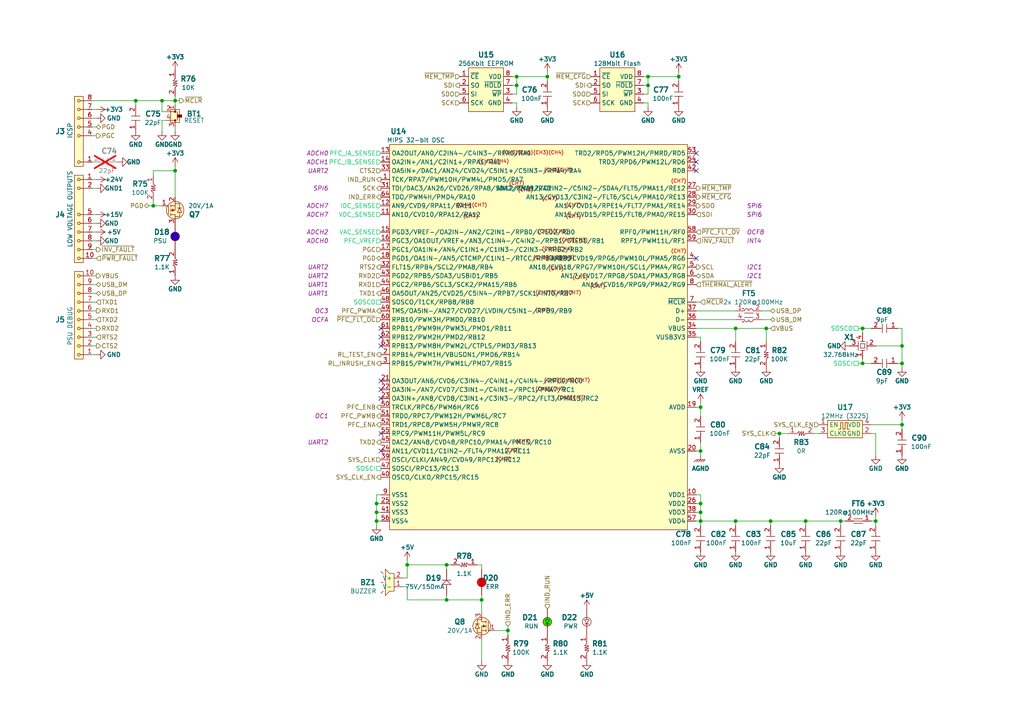
<source format=kicad_sch>
(kicad_sch (version 20231120) (generator "eeschema") (generator_version "8.0")
  (paper "A4")
  (title_block (title "POWER SUPPLY UNIT") (date "2023-10-14") (rev "0.0") (company "TON DUC THANG UNIVERSITY") (comment 1 "Schematic Designed by ...") (comment 2 "PCB Designed by ...") (comment 3 "Approved by ..."))
  (junction (at 222.25 95.25))
  (junction (at 250.19 95.25))
  (junction (at 149.86 22.225))
  (junction (at 158.75 22.225))
  (junction (at 50.8 29.21))
  (junction (at 129.54 173.99))
  (junction (at 187.96 24.765))
  (junction (at 187.96 22.225))
  (junction (at 39.37 29.21))
  (junction (at 118.11 163.83))
  (junction (at 147.32 182.88))
  (junction (at 46.99 29.21))
  (junction (at 213.36 95.25))
  (junction (at 139.7 173.99))
  (junction (at 213.36 151.13))
  (junction (at 109.22 151.13))
  (junction (at 261.62 105.41))
  (junction (at 226.06 125.73))
  (junction (at 109.22 146.05))
  (junction (at 261.62 123.19))
  (junction (at 50.8 49.53))
  (junction (at 203.2 130.81))
  (junction (at 250.19 105.41))
  (junction (at 109.22 148.59))
  (junction (at 44.45 59.69))
  (junction (at 254 151.13))
  (junction (at 203.2 118.11))
  (junction (at 129.54 163.83))
  (junction (at 243.84 151.13))
  (junction (at 261.62 100.33))
  (junction (at 233.68 151.13))
  (junction (at 196.85 22.225))
  (junction (at 203.2 151.13))
  (junction (at 203.2 146.05))
  (junction (at 203.2 148.59))
  (junction (at 223.52 151.13))
  (junction (at 149.86 24.765))
  (no_connect (at 110.49 113.03))
  (no_connect (at 110.49 125.73))
  (no_connect (at 201.93 44.45))
  (no_connect (at 110.49 130.81))
  (no_connect (at 110.49 95.25))
  (no_connect (at 110.49 97.79))
  (no_connect (at 201.93 46.99))
  (no_connect (at 110.49 100.33))
  (no_connect (at 201.93 74.93))
  (no_connect (at 110.49 110.49))
  (no_connect (at 110.49 115.57))
  (no_connect (at 201.93 49.53))
  (wire (pts (xy 243.84 151.13) (xy 243.84 152.4)))
  (wire (pts (xy 203.2 97.79) (xy 201.93 97.79)))
  (wire (pts (xy 250.19 96.52) (xy 250.19 95.25)))
  (wire (pts (xy 26.67 36.83) (xy 27.94 36.83)))
  (wire (pts (xy 139.7 163.83) (xy 139.7 165.1)))
  (wire (pts (xy 220.98 92.71) (xy 223.52 92.71)))
  (wire (pts (xy 243.84 151.13) (xy 233.68 151.13)))
  (wire (pts (xy 50.8 49.53) (xy 50.8 57.15)))
  (wire (pts (xy 109.22 146.05) (xy 110.49 146.05)))
  (wire (pts (xy 203.2 130.81) (xy 203.2 132.08)))
  (wire (pts (xy 203.2 143.51) (xy 203.2 146.05)))
  (wire (pts (xy 248.92 105.41) (xy 250.19 105.41)))
  (wire (pts (xy 26.67 82.55) (xy 27.94 82.55)))
  (wire (pts (xy 118.11 170.18) (xy 118.11 173.99)))
  (wire (pts (xy 213.36 95.25) (xy 213.36 99.06)))
  (wire (pts (xy 26.67 74.93) (xy 27.94 74.93)))
  (wire (pts (xy 226.06 127) (xy 226.06 125.73)))
  (wire (pts (xy 196.85 22.225) (xy 196.85 23.495)))
  (wire (pts (xy 201.93 143.51) (xy 203.2 143.51)))
  (wire (pts (xy 252.73 123.19) (xy 261.62 123.19)))
  (wire (pts (xy 261.62 121.92) (xy 261.62 123.19)))
  (wire (pts (xy 129.54 165.1) (xy 129.54 163.83)))
  (wire (pts (xy 43.18 59.69) (xy 44.45 59.69)))
  (wire (pts (xy 116.84 170.18) (xy 118.11 170.18)))
  (wire (pts (xy 139.7 172.72) (xy 139.7 173.99)))
  (wire (pts (xy 213.36 95.25) (xy 222.25 95.25)))
  (wire (pts (xy 220.98 90.17) (xy 223.52 90.17)))
  (wire (pts (xy 118.11 167.64) (xy 118.11 163.83)))
  (wire (pts (xy 149.86 27.305) (xy 149.86 24.765)))
  (wire (pts (xy 187.96 24.765) (xy 187.96 22.225)))
  (wire (pts (xy 109.22 148.59) (xy 110.49 148.59)))
  (wire (pts (xy 26.67 34.29) (xy 27.94 34.29)))
  (wire (pts (xy 50.8 48.26) (xy 50.8 49.53)))
  (wire (pts (xy 26.67 31.75) (xy 27.94 31.75)))
  (wire (pts (xy 149.86 22.225) (xy 158.75 22.225)))
  (wire (pts (xy 118.11 162.56) (xy 118.11 163.83)))
  (wire (pts (xy 26.67 80.01) (xy 27.94 80.01)))
  (wire (pts (xy 147.32 182.88) (xy 143.51 182.88)))
  (wire (pts (xy 250.19 105.41) (xy 250.19 104.14)))
  (wire (pts (xy 26.67 97.79) (xy 27.94 97.79)))
  (wire (pts (xy 187.96 27.305) (xy 187.96 24.765)))
  (wire (pts (xy 26.67 102.87) (xy 27.94 102.87)))
  (wire (pts (xy 26.67 69.85) (xy 27.94 69.85)))
  (wire (pts (xy 201.93 90.17) (xy 213.36 90.17)))
  (wire (pts (xy 261.62 95.25) (xy 261.62 100.33)))
  (wire (pts (xy 50.8 36.83) (xy 50.8 38.1)))
  (wire (pts (xy 50.8 27.94) (xy 50.8 29.21)))
  (wire (pts (xy 148.59 27.305) (xy 149.86 27.305)))
  (wire (pts (xy 147.32 181.61) (xy 147.32 182.88)))
  (wire (pts (xy 203.2 116.84) (xy 203.2 118.11)))
  (wire (pts (xy 226.06 125.73) (xy 228.6 125.73)))
  (wire (pts (xy 130.81 163.83) (xy 129.54 163.83)))
  (wire (pts (xy 245.11 151.13) (xy 243.84 151.13)))
  (wire (pts (xy 261.62 100.33) (xy 261.62 105.41)))
  (wire (pts (xy 187.96 29.845) (xy 187.96 31.115)))
  (wire (pts (xy 260.35 105.41) (xy 261.62 105.41)))
  (wire (pts (xy 39.37 29.21) (xy 46.99 29.21)))
  (wire (pts (xy 138.43 163.83) (xy 139.7 163.83)))
  (wire (pts (xy 26.67 87.63) (xy 27.94 87.63)))
  (wire (pts (xy 26.67 72.39) (xy 27.94 72.39)))
  (wire (pts (xy 50.8 29.21) (xy 50.8 30.48)))
  (wire (pts (xy 203.2 151.13) (xy 203.2 152.4)))
  (wire (pts (xy 26.67 29.21) (xy 39.37 29.21)))
  (wire (pts (xy 26.67 64.77) (xy 27.94 64.77)))
  (wire (pts (xy 203.2 146.05) (xy 203.2 148.59)))
  (wire (pts (xy 201.93 87.63) (xy 203.2 87.63)))
  (wire (pts (xy 222.25 95.25) (xy 223.52 95.25)))
  (wire (pts (xy 48.26 34.925) (xy 46.99 34.925)))
  (wire (pts (xy 254 125.73) (xy 252.73 125.73)))
  (wire (pts (xy 109.22 146.05) (xy 109.22 143.51)))
  (wire (pts (xy 158.75 22.225) (xy 158.75 23.495)))
  (wire (pts (xy 149.86 22.225) (xy 148.59 22.225)))
  (wire (pts (xy 46.99 32.385) (xy 46.99 29.21)))
  (wire (pts (xy 26.67 62.23) (xy 27.94 62.23)))
  (wire (pts (xy 149.86 29.845) (xy 149.86 31.115)))
  (wire (pts (xy 109.22 151.13) (xy 109.22 152.4)))
  (wire (pts (xy 116.84 167.64) (xy 118.11 167.64)))
  (wire (pts (xy 109.22 151.13) (xy 109.22 148.59)))
  (wire (pts (xy 26.67 92.71) (xy 27.94 92.71)))
  (wire (pts (xy 260.35 95.25) (xy 261.62 95.25)))
  (wire (pts (xy 254 100.33) (xy 261.62 100.33)))
  (wire (pts (xy 236.22 125.73) (xy 237.49 125.73)))
  (wire (pts (xy 250.19 105.41) (xy 252.73 105.41)))
  (wire (pts (xy 203.2 99.06) (xy 203.2 97.79)))
  (wire (pts (xy 26.67 54.61) (xy 27.94 54.61)))
  (wire (pts (xy 109.22 148.59) (xy 109.22 146.05)))
  (wire (pts (xy 39.37 29.21) (xy 39.37 30.48)))
  (wire (pts (xy 46.99 34.925) (xy 46.99 38.1)))
  (wire (pts (xy 203.2 148.59) (xy 203.2 151.13)))
  (wire (pts (xy 261.62 123.19) (xy 261.62 124.46)))
  (wire (pts (xy 44.45 58.42) (xy 44.45 59.69)))
  (wire (pts (xy 261.62 105.41) (xy 261.62 106.68)))
  (wire (pts (xy 149.86 24.765) (xy 149.86 22.225)))
  (wire (pts (xy 139.7 173.99) (xy 129.54 173.99)))
  (wire (pts (xy 26.67 85.09) (xy 27.94 85.09)))
  (wire (pts (xy 203.2 128.27) (xy 203.2 130.81)))
  (wire (pts (xy 223.52 151.13) (xy 233.68 151.13)))
  (wire (pts (xy 254 151.13) (xy 252.73 151.13)))
  (wire (pts (xy 129.54 172.72) (xy 129.54 173.99)))
  (wire (pts (xy 148.59 29.845) (xy 149.86 29.845)))
  (wire (pts (xy 203.2 118.11) (xy 201.93 118.11)))
  (wire (pts (xy 109.22 143.51) (xy 110.49 143.51)))
  (wire (pts (xy 50.8 29.21) (xy 52.07 29.21)))
  (wire (pts (xy 203.2 130.81) (xy 201.93 130.81)))
  (wire (pts (xy 48.26 32.385) (xy 46.99 32.385)))
  (wire (pts (xy 44.45 59.69) (xy 46.99 59.69)))
  (wire (pts (xy 201.93 148.59) (xy 203.2 148.59)))
  (wire (pts (xy 129.54 173.99) (xy 118.11 173.99)))
  (wire (pts (xy 186.69 24.765) (xy 187.96 24.765)))
  (wire (pts (xy 222.25 95.25) (xy 222.25 99.06)))
  (wire (pts (xy 26.67 95.25) (xy 27.94 95.25)))
  (wire (pts (xy 254 132.08) (xy 254 125.73)))
  (wire (pts (xy 187.96 22.225) (xy 186.69 22.225)))
  (wire (pts (xy 201.93 151.13) (xy 203.2 151.13)))
  (wire (pts (xy 186.69 29.845) (xy 187.96 29.845)))
  (wire (pts (xy 147.32 184.15) (xy 147.32 182.88)))
  (wire (pts (xy 213.36 151.13) (xy 213.36 152.4)))
  (wire (pts (xy 213.36 151.13) (xy 223.52 151.13)))
  (wire (pts (xy 187.96 22.225) (xy 196.85 22.225)))
  (wire (pts (xy 26.67 52.07) (xy 27.94 52.07)))
  (wire (pts (xy 233.68 152.4) (xy 233.68 151.13)))
  (wire (pts (xy 26.67 67.31) (xy 27.94 67.31)))
  (wire (pts (xy 201.93 95.25) (xy 213.36 95.25)))
  (wire (pts (xy 44.45 49.53) (xy 50.8 49.53)))
  (wire (pts (xy 201.93 146.05) (xy 203.2 146.05)))
  (wire (pts (xy 203.2 151.13) (xy 213.36 151.13)))
  (wire (pts (xy 196.85 20.955) (xy 196.85 22.225)))
  (wire (pts (xy 139.7 191.77) (xy 139.7 185.42)))
  (wire (pts (xy 186.69 27.305) (xy 187.96 27.305)))
  (wire (pts (xy 250.19 95.25) (xy 252.73 95.25)))
  (wire (pts (xy 26.67 39.37) (xy 27.94 39.37)))
  (wire (pts (xy 223.52 151.13) (xy 223.52 152.4)))
  (wire (pts (xy 148.59 24.765) (xy 149.86 24.765)))
  (wire (pts (xy 110.49 151.13) (xy 109.22 151.13)))
  (wire (pts (xy 44.45 50.8) (xy 44.45 49.53)))
  (wire (pts (xy 254 149.86) (xy 254 151.13)))
  (wire (pts (xy 118.11 163.83) (xy 129.54 163.83)))
  (wire (pts (xy 254 151.13) (xy 254 152.4)))
  (wire (pts (xy 26.67 90.17) (xy 27.94 90.17)))
  (wire (pts (xy 46.99 29.21) (xy 50.8 29.21)))
  (wire (pts (xy 139.7 173.99) (xy 139.7 177.8)))
  (wire (pts (xy 158.75 20.955) (xy 158.75 22.225)))
  (wire (pts (xy 203.2 120.65) (xy 203.2 118.11)))
  (wire (pts (xy 224.79 125.73) (xy 226.06 125.73)))
  (wire (pts (xy 26.67 100.33) (xy 27.94 100.33)))
  (wire (pts (xy 248.92 95.25) (xy 250.19 95.25)))
  (wire (pts (xy 201.93 92.71) (xy 213.36 92.71)))
  (text "(CH7)" (at 166.37 62.865 0) (effects (font (size 1.016 1.016))))
  (text "(CH5)" (at 161.925 85.09 0) (effects (font (size 1.016 1.016))))
  (text "(CH1)" (at 159.385 72.39 0) (effects (font (size 1.016 1.016))))
  (text "(CH3)" (at 152.4 55.245 0) (effects (font (size 1.016 1.016))))
  (text "(CH4)" (at 161.29 44.45 0) (effects (font (size 1.016 1.016))))
  (text "(CH4)" (at 134.62 59.69 0) (effects (font (size 1.016 1.016))))
  (text "(CH2)" (at 160.02 110.49 0) (effects (font (size 1.016 1.016))))
  (text "(CH7)" (at 136.525 62.865 0) (effects (font (size 1.016 1.016))))
  (text "(CH7)" (at 166.37 85.09 0) (effects (font (size 1.016 1.016))))
  (text "(CH0)" (at 156.845 74.93 0) (effects (font (size 1.016 1.016))))
  (text "(CH0)" (at 160.02 49.53 0) (effects (font (size 1.016 1.016))))
  (text "(CH7)" (at 146.05 133.35 0) (effects (font (size 1.016 1.016))))
  (text "(CH3)" (at 163.83 115.57 0) (effects (font (size 1.016 1.016))))
  (text "(CH7)" (at 151.765 128.27 0) (effects (font (size 1.016 1.016))))
  (text "(CH1)" (at 157.48 113.03 0) (effects (font (size 1.016 1.016))))
  (text "(CH2)" (at 160.655 74.93 0) (effects (font (size 1.016 1.016))))
  (text "(CH0)" (at 164.465 69.85 0) (effects (font (size 1.016 1.016))))
  (text "(CH5)" (at 162.56 67.31 0) (effects (font (size 1.016 1.016))))
  (text "(CH5)" (at 164.465 110.49 0) (effects (font (size 1.016 1.016))))
  (text "(CH7)" (at 161.925 113.03 0) (effects (font (size 1.016 1.016))))
  (text "(CH7)" (at 196.85 73.025 0) (effects (font (size 1.016 1.016))))
  (text "(CH7)" (at 139.065 59.69 0) (effects (font (size 1.016 1.016))))
  (text "(CH7)" (at 168.275 80.645 0) (effects (font (size 1.016 1.016))))
  (text "(CH7)" (at 159.385 57.785 0) (effects (font (size 1.016 1.016))))
  (text "(CH7)" (at 163.83 49.53 0) (effects (font (size 1.016 1.016))))
  (text "(CH7)" (at 167.64 115.57 0) (effects (font (size 1.016 1.016))))
  (text "(CH7)" (at 166.37 59.69 0) (effects (font (size 1.016 1.016))))
  (text "(CH0)" (at 147.955 44.45 0) (effects (font (size 1.016 1.016))))
  (text "(CH1)" (at 152.4 44.45 0) (effects (font (size 1.016 1.016))))
  (text "(CH7)" (at 173.355 83.185 0) (effects (font (size 1.016 1.016))))
  (text "(CH4)" (at 163.83 72.39 0) (effects (font (size 1.016 1.016))))
  (text "(CH2)" (at 157.48 85.09 0) (effects (font (size 1.016 1.016))))
  (text "(CH3)" (at 156.845 44.45 0) (effects (font (size 1.016 1.016))))
  (text "(CH7)" (at 157.48 90.17 0) (effects (font (size 1.016 1.016))))
  (text "(CH7)" (at 168.91 110.49 0) (effects (font (size 1.016 1.016))))
  (text "(CH4)" (at 145.415 46.99 0) (effects (font (size 1.016 1.016))))
  (text "(CH2)" (at 158.115 67.31 0) (effects (font (size 1.016 1.016))))
  (text "(CH7)" (at 161.29 78.105 0) (effects (font (size 1.016 1.016))))
  (text "(CH3)" (at 168.275 69.85 0) (effects (font (size 1.016 1.016))))
  (text "(CH5)" (at 164.465 74.93 0) (effects (font (size 1.016 1.016))))
  (text "(CH7)" (at 148.59 130.81 0) (effects (font (size 1.016 1.016))))
  (text "(CH7)" (at 196.85 52.705 0) (effects (font (size 1.016 1.016))))
  (text "(CH1)" (at 140.97 46.99 0) (effects (font (size 1.016 1.016))))
  (text "(CH7)" (at 149.86 53.34 0) (effects (font (size 1.016 1.016))))
  (hierarchical_label "~{MCLR}" (shape output) (at 52.07 29.21 0))
  (hierarchical_label "RTS2" (shape output) (at 110.49 77.47 180) (property "Netclass" "UART2" (at 95.25 77.47 0) (effects (font (italic yes)) (justify right))))
  (hierarchical_label "SOSCO" (shape passive) (at 248.92 95.25 180))
  (hierarchical_label "SYS_CLK_EN" (shape output) (at 110.49 138.43 180))
  (hierarchical_label "~{MEM_TMP}" (shape input) (at 133.35 22.225 180))
  (hierarchical_label "RXD1" (shape input) (at 110.49 82.55 180) (property "Netclass" "UART1" (at 95.25 82.55 0) (effects (font (italic yes)) (justify right))))
  (hierarchical_label "PFC_ENA" (shape output) (at 110.49 123.19 180))
  (hierarchical_label "~{INV_FAULT}" (shape input) (at 201.93 69.85 0) (property "Netclass" "INT4" (at 216.535 69.85 0) (effects (font (italic yes)) (justify left))))
  (hierarchical_label "VBUS" (shape input) (at 223.52 95.25 0))
  (hierarchical_label "SYS_CLK_EN" (shape input) (at 237.49 123.19 180))
  (hierarchical_label "PFC_IA_SENSE" (shape input) (at 110.49 44.45 180) (property "Netclass" "ADCH0" (at 95.25 44.45 0) (effects (font (italic yes)) (justify right))))
  (hierarchical_label "CTS2" (shape input) (at 110.49 49.53 180) (property "Netclass" "UART2" (at 95.25 49.53 0) (effects (font (italic yes)) (justify right))))
  (hierarchical_label "~{MEM_CFG}" (shape output) (at 201.93 57.15 0))
  (hierarchical_label "SYS_CLK" (shape output) (at 224.79 125.73 180))
  (hierarchical_label "SDA" (shape bidirectional) (at 201.93 80.01 0) (property "Netclass" "I2C1" (at 216.535 80.01 0) (effects (font (italic yes)) (justify left))))
  (hierarchical_label "RL_INRUSH_EN" (shape output) (at 110.49 105.41 180))
  (hierarchical_label "SCK" (shape input) (at 171.45 29.845 180))
  (hierarchical_label "RXD1" (shape output) (at 27.94 90.17 0))
  (hierarchical_label "PGD" (shape bidirectional) (at 110.49 74.93 180))
  (hierarchical_label "PFC_PWMA" (shape output) (at 110.49 90.17 180) (property "Netclass" "OC3" (at 95.25 90.17 0) (effects (font (italic yes)) (justify right))))
  (hierarchical_label "SOSCI" (shape passive) (at 248.92 105.41 180))
  (hierarchical_label "TXD1" (shape input) (at 27.94 87.63 0))
  (hierarchical_label "RTS2" (shape input) (at 27.94 97.79 0))
  (hierarchical_label "IND_RUN" (shape output) (at 110.49 52.07 180))
  (hierarchical_label "SDI" (shape output) (at 133.35 24.765 180))
  (hierarchical_label "RXD2" (shape input) (at 110.49 80.01 180) (property "Netclass" "UART2" (at 95.25 80.01 0) (effects (font (italic yes)) (justify right))))
  (hierarchical_label "PGC" (shape input) (at 110.49 72.39 180))
  (hierarchical_label "VBUS" (shape output) (at 27.94 80.01 0))
  (hierarchical_label "IND_RUN" (shape input) (at 158.75 176.53 90))
  (hierarchical_label "SCK" (shape input) (at 133.35 29.845 180))
  (hierarchical_label "SDO" (shape output) (at 201.93 59.69 0) (property "Netclass" "SPI6" (at 216.535 59.69 0) (effects (font (italic yes)) (justify left))))
  (hierarchical_label "~{PFC_FLT_OV}" (shape input) (at 201.93 67.31 0) (property "Netclass" "OCFB" (at 216.535 67.31 0) (effects (font (italic yes)) (justify left))))
  (hierarchical_label "USB_DP" (shape bidirectional) (at 223.52 90.17 0))
  (hierarchical_label "USB_DM" (shape bidirectional) (at 223.52 92.71 0))
  (hierarchical_label "~{MEM_CFG}" (shape input) (at 171.45 22.225 180))
  (hierarchical_label "SDI" (shape input) (at 201.93 62.23 0) (property "Netclass" "SPI6" (at 216.535 62.23 0) (effects (font (italic yes)) (justify left))))
  (hierarchical_label "SOSCO" (shape passive) (at 110.49 87.63 180))
  (hierarchical_label "TXD2" (shape output) (at 110.49 128.27 180) (property "Netclass" "UART2" (at 95.25 128.27 0) (effects (font (italic yes)) (justify right))))
  (hierarchical_label "CTS2" (shape output) (at 27.94 100.33 0))
  (hierarchical_label "SDI" (shape output) (at 171.45 24.765 180))
  (hierarchical_label "RXD2" (shape output) (at 27.94 95.25 0))
  (hierarchical_label "IND_ERR" (shape output) (at 110.49 57.15 180))
  (hierarchical_label "~{THERMAL_ALERT}" (shape input) (at 201.93 82.55 0))
  (hierarchical_label "SOSCI" (shape passive) (at 110.49 135.89 180))
  (hierarchical_label "PFC_VREF" (shape input) (at 110.49 69.85 180) (property "Netclass" "ADCH0" (at 95.25 69.85 0) (effects (font (italic yes)) (justify right))))
  (hierarchical_label "PGC" (shape output) (at 27.94 39.37 0))
  (hierarchical_label "VAC_SENSE" (shape input) (at 110.49 67.31 180) (property "Netclass" "ADCH2" (at 95.25 67.31 0) (effects (font (italic yes)) (justify right))))
  (hierarchical_label "~{MCLR}" (shape input) (at 203.2 87.63 0))
  (hierarchical_label "PGD" (shape bidirectional) (at 27.94 36.83 0))
  (hierarchical_label "IND_ERR" (shape input) (at 147.32 181.61 90))
  (hierarchical_label "USB_DM" (shape bidirectional) (at 27.94 82.55 0))
  (hierarchical_label "TXD1" (shape output) (at 110.49 85.09 180) (property "Netclass" "UART1" (at 95.25 85.09 0) (effects (font (italic yes)) (justify right))))
  (hierarchical_label "VDC_SENSE" (shape input) (at 110.49 62.23 180) (property "Netclass" "ADCH7" (at 95.25 62.23 0) (effects (font (italic yes)) (justify right))))
  (hierarchical_label "SCL" (shape output) (at 201.93 77.47 0) (property "Netclass" "I2C1" (at 216.535 77.47 0) (effects (font (italic yes)) (justify left))))
  (hierarchical_label "IDC_SENSE" (shape input) (at 110.49 59.69 180) (property "Netclass" "ADCH7" (at 95.25 59.69 0) (effects (font (italic yes)) (justify right))))
  (hierarchical_label "SYS_CLK" (shape input) (at 110.49 133.35 180))
  (hierarchical_label "~{MEM_TMP}" (shape output) (at 201.93 54.61 0))
  (hierarchical_label "PGD" (shape bidirectional) (at 43.18 59.69 180))
  (hierarchical_label "SCK" (shape output) (at 110.49 54.61 180) (property "Netclass" "SPI6" (at 95.25 54.61 0) (effects (font (italic yes)) (justify right))))
  (hierarchical_label "SDO" (shape input) (at 171.45 27.305 180))
  (hierarchical_label "~{INV_FAULT}" (shape output) (at 27.94 72.39 0))
  (hierarchical_label "USB_DP" (shape bidirectional) (at 27.94 85.09 0))
  (hierarchical_label "~{PFC_FLT_OC}" (shape input) (at 110.49 92.71 180) (property "Netclass" "OCFA" (at 95.25 92.71 0) (effects (font (italic yes)) (justify right))))
  (hierarchical_label "RL_TEST_EN" (shape output) (at 110.49 102.87 180))
  (hierarchical_label "SDO" (shape input) (at 133.35 27.305 180))
  (hierarchical_label "TXD2" (shape input) (at 27.94 92.71 0))
  (hierarchical_label "PFC_IB_SENSE" (shape input) (at 110.49 46.99 180) (property "Netclass" "ADCH1" (at 95.25 46.99 0) (effects (font (italic yes)) (justify right))))
  (hierarchical_label "PFC_ENB" (shape output) (at 110.49 118.11 180))
  (hierarchical_label "~{PWR_FAULT}" (shape input) (at 27.94 74.93 0))
  (hierarchical_label "PFC_PWMB" (shape output) (at 110.49 120.65 180) (property "Netclass" "OC1" (at 95.25 120.65 0) (effects (font (italic yes)) (justify right))))
  (symbol (lib_id "power:GND") (at 246.38 100.33 270) (mirror x) (unit 1)
    (property "Reference" "#PWR0177" (effects (hide yes)))
    (property "Value" "GND" (at 241.935 100.33 90) (effects (font (bold yes))))
  )
  (symbol (lib_id "power:+5V") (at 170.18 176.53 0) (mirror y) (unit 1)
    (property "Reference" "#PWR0161" (effects (hide yes)))
    (property "Value" "+5V" (at 170.18 172.72 0) (effects (font (bold yes))))
  )
  (symbol (lib_id "SAMPI:OSC") (at 250.19 118.11 0) (mirror y) (unit 1)
    (property "Reference" "U17" (at 245.11 118.11 0) (effects (font (size 1.5 1.5) (bold yes))))
    (property "Value" "12MHz (3225)" (at 245.11 120.65 0))
    (property "Footprint" "SAMPI:CDFN3225-4LD-PL-1" (effects (hide yes)))
    (property "Description" "MEMS OSC XO 12.0000MHZ CMOS SMD" (effects (hide yes)))
    (property "MNP" "DSC1001CE1-012.0000" (effects (hide yes)))
    (property "MFT" "Microchip" (effects (hide yes)))
    (property "Unit Price" "1.15" (effects (hide yes)))
    (property "Checked" "OK" (effects (hide yes)))
  )
  (symbol (lib_id "SAMPI:CERCAP") (at 205.74 104.14 270) (mirror x) (unit 1)
    (property "Reference" "C79" (at 205.74 101.5999 90) (effects (font (size 1.5 1.5) (bold yes)) (justify left)))
    (property "Value" "100nF" (at 205.74 104.1399 90) (effects (justify left)))
    (property "Footprint" "SAMPI:CAP0603" (effects (hide yes)))
    (property "Description" "CAP CER 0.1UF 50V X7R 0603" (effects (hide yes)))
    (property "MFT" "Samsung" (effects (hide yes)))
    (property "Unit Price" "0.0146" (effects (hide yes)))
    (property "MNP" "CL10B104KB8NNNC" (effects (hide yes)))
    (property "Checked" "OK" (effects (hide yes)))
  )
  (symbol (lib_id "power:GND") (at 46.99 38.1 0) (unit 1)
    (property "Reference" "#PWR0148" (effects (hide yes)))
    (property "Value" "GND" (at 46.99 41.91 0) (effects (font (bold yes))))
  )
  (symbol (lib_id "power:+15V") (at 27.94 62.23 270) (mirror x) (unit 1)
    (property "Reference" "#PWR0141" (effects (hide yes)))
    (property "Value" "+15V" (at 33.02 62.23 90) (effects (font (bold yes))))
  )
  (symbol (lib_name "SIL10_1") (lib_id "SAMPI:SIL10") (at 26.67 48.26 0) (mirror y) (unit 1)
    (property "Reference" "J4" (at 19.05 62.23 0) (effects (font (size 1.5 1.5) (bold yes)) (justify left)))
    (property "Value" "LOW VOLTAGE OUTPUTS" (at 20.32 71.755 90) (effects (justify left)))
    (property "Footprint" "SAMPI:HDF1x10x2.54_TH_RA" (effects (hide yes)))
    (property "Description" "CONN HDR 10POS 0.1 TIN PCB R/A" (effects (hide yes)))
    (property "MFT" "Sullins" (effects (hide yes)))
    (property "MNP" "PPTC101LGBN-RC" (effects (hide yes)))
    (property "Checked" "OK" (effects (hide yes)))
  )
  (symbol (lib_id "power:GND") (at 261.62 132.08 0) (unit 1)
    (property "Reference" "#PWR0183" (effects (hide yes)))
    (property "Value" "GND" (at 261.62 135.89 0) (effects (font (bold yes))))
  )
  (symbol (lib_id "SAMPI:SPI_MEM") (at 135.89 19.685 0) (unit 1)
    (property "Reference" "U15" (at 140.97 15.875 0) (effects (font (size 1.5 1.5) (bold yes))))
    (property "Value" "256Kbit EEPROM" (at 140.97 18.415 0))
    (property "Footprint" "SAMPI:SOIC8_3.9_MCHP" (effects (hide yes)))
    (property "Description" "IC EEPROM 256KBIT SPI 8SOIC" (effects (hide yes)))
    (property "MNP" "M95256-WMN6P" (effects (hide yes)))
    (property "MFT" "ST" (effects (hide yes)))
    (property "Unit Price" "0.71" (effects (hide yes)))
    (property "Comment" "EEPROM" (effects (hide yes)))
    (property "Checked" "OK" (effects (hide yes)))
  )
  (symbol (lib_id "SAMPI:RES") (at 219.71 101.6 90) (mirror x) (unit 1)
    (property "Reference" "R82" (at 226.06 101.6 90) (effects (font (size 1.5 1.5) (bold yes))))
    (property "Value" "100K" (at 226.06 104.14 90))
    (property "Footprint" "SAMPI:RES0603" (effects (hide yes)))
    (property "Description" "RES 100K OHM 1% 1/10W 0603" (effects (hide yes)))
    (property "MFT" "YAGEO" (effects (hide yes)))
    (property "Unit Price" "0.019" (effects (hide yes)))
    (property "MNP" "RC0603FR-07100KL" (effects (hide yes)))
    (property "Checked" "OK" (effects (hide yes)))
  )
  (symbol (lib_id "power:GND") (at 50.8 38.1 0) (unit 1)
    (property "Reference" "#PWR0150" (effects (hide yes)))
    (property "Value" "GND" (at 50.8 41.91 0) (effects (font (bold yes))))
  )
  (symbol (lib_id "power:+3V3") (at 27.94 31.75 270) (unit 1)
    (property "Reference" "#PWR0137" (effects (hide yes)))
    (property "Value" "+3V3" (at 33.02 31.75 90) (effects (font (bold yes))))
  )
  (symbol (lib_id "SAMPI:BLED") (at 55.245 66.675 270) (unit 1)
    (property "Reference" "D18" (at 44.45 67.31 90) (effects (font (size 1.5 1.5) (bold yes)) (justify left)))
    (property "Value" "PSU" (at 44.45 69.85 90) (effects (justify left)))
    (property "Footprint" "SAMPI:LED0603" (effects (hide yes)))
    (property "Description" "LED BLUE CLEAR 0603 SMD" (effects (hide yes)))
    (property "MFT" "Harvatek" (effects (hide yes)))
    (property "Unit Price" "0.1" (effects (hide yes)))
    (property "MNP" "B19Y1NB--20C000113U1930" (effects (hide yes)))
    (property "Checked" "OK" (effects (hide yes)))
  )
  (symbol (lib_id "SAMPI:WLED") (at 165.1 180.34 90) (mirror x) (unit 1)
    (property "Reference" "D22" (at 167.64 179.0699 90) (effects (font (size 1.5 1.5) (bold yes)) (justify left)))
    (property "Value" "PWR" (at 167.64 181.6099 90) (effects (justify left)))
    (property "Footprint" "SAMPI:LED0603" (effects (hide yes)))
    (property "Description" "LED WHITE 0603 SMD" (effects (hide yes)))
    (property "MFT" "Harvatek" (effects (hide yes)))
    (property "MNP" "B1931TW--20P000314U1930" (effects (hide yes)))
    (property "Checked" "OK" (effects (hide yes)))
  )
  (symbol (lib_id "SAMPI:RES") (at 46.99 53.34 270) (unit 1)
    (property "Reference" "R75" (at 40.64 53.34 90) (effects (font (size 1.5 1.5) (bold yes))))
    (property "Value" "100K" (at 40.64 55.88 90))
    (property "Footprint" "SAMPI:RES0603" (effects (hide yes)))
    (property "Description" "RES 100K OHM 1% 1/10W 0603" (effects (hide yes)))
    (property "MFT" "YAGEO" (effects (hide yes)))
    (property "Unit Price" "0.019" (effects (hide yes)))
    (property "MNP" "RC0603FR-07100KL" (effects (hide yes)))
    (property "Checked" "OK" (effects (hide yes)))
  )
  (symbol (lib_id "SAMPI:VREF") (at 203.2 116.84 0) (unit 1)
    (property "Reference" "#PWR0167" (effects (hide yes)))
    (property "Value" "VREF" (at 203.2 113.03 0) (effects (font (bold yes))))
  )
  (symbol (lib_id "SAMPI:RES") (at 231.14 123.19 0) (unit 1)
    (property "Reference" "R83" (at 232.41 128.27 0) (effects (font (size 1.5 1.5) (bold yes))))
    (property "Value" "0R" (at 232.41 130.81 0))
    (property "Footprint" "SAMPI:RES0603" (effects (hide yes)))
    (property "Description" "RES 0 OHM JUMPER 1/10W 0603" (effects (hide yes)))
    (property "MFT" "YAGEO" (effects (hide yes)))
    (property "Unit Price" "0.015" (effects (hide yes)))
    (property "MNP" "RC0603JR-070RL" (effects (hide yes)))
    (property "Checked" "OK" (effects (hide yes)))
  )
  (symbol (lib_id "SAMPI:CERCAP") (at 257.81 107.95 180) (unit 1)
    (property "Reference" "C89" (at 254 107.95 0) (effects (font (size 1.5 1.5) (bold yes)) (justify right)))
    (property "Value" "9pF" (at 254 110.49 0) (effects (justify right)))
    (property "Footprint" "SAMPI:CAP0603" (effects (hide yes)))
    (property "Description" "CAP CER 9PF 50V C0G/NPO 0603" (effects (hide yes)))
    (property "MFT" "YAGEO" (effects (hide yes)))
    (property "Unit Price" "0.074" (effects (hide yes)))
    (property "MNP" "CC0603BRNPO9BN9R0" (effects (hide yes)))
    (property "Checked" "OK" (effects (hide yes)))
  )
  (symbol (lib_id "power:GND") (at 187.96 31.115 0) (unit 1)
    (property "Reference" "#PWR0163" (effects (hide yes)))
    (property "Value" "GND" (at 187.96 34.925 0) (effects (font (bold yes))))
  )
  (symbol (lib_id "power:GND") (at 27.94 64.77 90) (unit 1)
    (property "Reference" "#PWR0142" (effects (hide yes)))
    (property "Value" "GND" (at 32.385 64.77 90) (effects (font (bold yes))))
  )
  (symbol (lib_id "power:GND") (at 254 132.08 0) (unit 1)
    (property "Reference" "#PWR0178" (effects (hide yes)))
    (property "Value" "GND" (at 254 135.89 0) (effects (font (bold yes))))
  )
  (symbol (lib_id "power:+3V3") (at 196.85 20.955 0) (mirror y) (unit 1)
    (property "Reference" "#PWR0164" (effects (hide yes)))
    (property "Value" "+3V3" (at 196.85 17.145 0) (effects (font (bold yes))))
  )
  (symbol (lib_id "power:GND") (at 213.36 106.68 0) (unit 1)
    (property "Reference" "#PWR0170" (effects (hide yes)))
    (property "Value" "GND" (at 213.36 110.49 0) (effects (font (bold yes))))
  )
  (symbol (lib_id "power:GND") (at 222.25 106.68 0) (unit 1)
    (property "Reference" "#PWR0172" (effects (hide yes)))
    (property "Value" "GND" (at 222.25 110.49 0) (effects (font (bold yes))))
  )
  (symbol (lib_id "power:GND") (at 147.32 191.77 0) (mirror y) (unit 1)
    (property "Reference" "#PWR0156" (effects (hide yes)))
    (property "Value" "GND" (at 147.32 195.58 0) (effects (font (bold yes))))
  )
  (symbol (lib_id "power:+3V3") (at 50.8 20.32 0) (unit 1)
    (property "Reference" "#PWR0149" (effects (hide yes)))
    (property "Value" "+3V3" (at 50.8 16.51 0) (effects (font (bold yes))))
  )
  (symbol (lib_id "power:+5V") (at 27.94 67.31 270) (unit 1)
    (property "Reference" "#PWR0143" (effects (hide yes)))
    (property "Value" "+5V" (at 33.02 67.31 90) (effects (font (bold yes))))
  )
  (symbol (lib_id "power:+3V3") (at 254 149.86 0) (mirror y) (unit 1)
    (property "Reference" "#PWR0179" (effects (hide yes)))
    (property "Value" "+3V3" (at 254 146.05 0) (effects (font (bold yes))))
  )
  (symbol (lib_id "power:+3V3") (at 158.75 20.955 0) (mirror y) (unit 1)
    (property "Reference" "#PWR0158" (effects (hide yes)))
    (property "Value" "+3V3" (at 158.75 17.145 0) (effects (font (bold yes))))
  )
  (symbol (lib_id "power:GND") (at 203.2 160.02 0) (mirror y) (unit 1)
    (property "Reference" "#PWR0169" (effects (hide yes)))
    (property "Value" "GND" (at 203.2 163.83 0) (effects (font (bold yes))))
  )
  (symbol (lib_id "power:GND") (at 109.22 152.4 0) (unit 1)
    (property "Reference" "#PWR0153" (effects (hide yes)))
    (property "Value" "GND" (at 109.22 156.21 0) (effects (font (bold yes))))
  )
  (symbol (lib_id "power:GND") (at 226.06 134.62 0) (mirror y) (unit 1)
    (property "Reference" "#PWR0174" (effects (hide yes)))
    (property "Value" "GND" (at 226.06 138.43 0) (effects (font (bold yes))))
  )
  (symbol (lib_id "SAMPI:RES") (at 156.21 186.69 90) (mirror x) (unit 1)
    (property "Reference" "R80" (at 162.56 186.69 90) (effects (font (size 1.5 1.5) (bold yes))))
    (property "Value" "1.1K" (at 162.56 189.23 90))
    (property "Footprint" "SAMPI:RES0603" (effects (hide yes)))
    (property "Description" "RES SMD 1.1K OHM 1% 1/10W 0603" (effects (hide yes)))
    (property "MFT" "YAGEO" (effects (hide yes)))
    (property "Unit Price" "0.021" (effects (hide yes)))
    (property "MNP" "AC0603FR-071K1L" (effects (hide yes)))
    (property "Checked" "OK" (effects (hide yes)))
  )
  (symbol (lib_id "SAMPI:CERCAP") (at 210.82 157.48 90) (unit 1)
    (property "Reference" "C82" (at 210.82 154.9399 90) (effects (font (size 1.5 1.5) (bold yes)) (justify left)))
    (property "Value" "100nF" (at 210.82 157.4799 90) (effects (justify left)))
    (property "Footprint" "SAMPI:CAP0603" (effects (hide yes)))
    (property "Description" "CAP CER 0.1UF 50V X7R 0603" (effects (hide yes)))
    (property "MFT" "Samsung" (effects (hide yes)))
    (property "Unit Price" "0.0146" (effects (hide yes)))
    (property "MNP" "CL10B104KB8NNNC" (effects (hide yes)))
    (property "Checked" "OK" (effects (hide yes)))
  )
  (symbol (lib_id "SAMPI:CERCAP") (at 246.38 157.48 270) (mirror x) (unit 1)
    (property "Reference" "C86" (at 241.3 154.9399 90) (effects (font (size 1.5 1.5) (bold yes)) (justify right)))
    (property "Value" "22pF" (at 241.3 157.4799 90) (effects (justify right)))
    (property "Footprint" "SAMPI:CAP0603" (effects (hide yes)))
    (property "Description" "CAP CER 22PF 50V C0G/NP0 0603" (effects (hide yes)))
    (property "MFT" "Walsin" (effects (hide yes)))
    (property "Unit Price" "0.012" (effects (hide yes)))
    (property "MNP" "0603N220J500CT" (effects (hide yes)))
    (property "Checked" "OK" (effects (hide yes)))
  )
  (symbol (lib_id "SAMPI:RLED") (at 135.255 167.64 90) (mirror x) (unit 1)
    (property "Reference" "D20" (at 144.78 167.64 90) (effects (font (size 1.5 1.5) (bold yes)) (justify left)))
    (property "Value" "ERR" (at 144.78 170.18 90) (effects (justify left)))
    (property "Footprint" "SAMPI:LED0603" (effects (hide yes)))
    (property "Description" "LED RED DIFFUSED 0603 SMD" (effects (hide yes)))
    (property "MFT" "Harvatek" (effects (hide yes)))
    (property "Unit Price" "0.1" (effects (hide yes)))
    (property "MNP" "B1911USD-20D000114U1930" (effects (hide yes)))
    (property "Checked" "OK" (effects (hide yes)))
  )
  (symbol (lib_id "power:GND") (at 158.75 191.77 0) (mirror y) (unit 1)
    (property "Reference" "#PWR0160" (effects (hide yes)))
    (property "Value" "GND" (at 158.75 195.58 0) (effects (font (bold yes))))
  )
  (symbol (lib_id "SAMPI:CERCAP") (at 205.74 125.73 270) (mirror x) (unit 1)
    (property "Reference" "C80" (at 205.74 123.1899 90) (effects (font (size 1.5 1.5) (bold yes)) (justify left)))
    (property "Value" "100nF" (at 205.74 125.7299 90) (effects (justify left)))
    (property "Footprint" "SAMPI:CAP0603" (effects (hide yes)))
    (property "Description" "CAP CER 0.1UF 50V X7R 0603" (effects (hide yes)))
    (property "MFT" "Samsung" (effects (hide yes)))
    (property "Unit Price" "0.0146" (effects (hide yes)))
    (property "MNP" "CL10B104KB8NNNC" (effects (hide yes)))
    (property "Checked" "OK" (effects (hide yes)))
  )
  (symbol (lib_id "SAMPI:DIODE-REC") (at 133.985 169.545 270) (mirror x) (unit 1)
    (property "Reference" "D19" (at 125.73 167.64 90) (effects (font (size 1.5 1.5) (bold yes))))
    (property "Value" "75V/150mA" (at 123.19 170.18 90))
    (property "Footprint" "SAMPI:SOD-323" (effects (hide yes)))
    (property "Description" "DIODE GEN PURP 75V 150MA SOD323" (effects (hide yes)))
    (property "MNP" "1N4148WX-TP" (effects (hide yes)))
    (property "MFT" "MCC" (effects (hide yes)))
    (property "Unit Price" "0.068" (effects (hide yes)))
    (property "Checked" "OK" (effects (hide yes)))
  )
  (symbol (lib_id "SAMPI:XTAL-4P") (at 245.11 107.95 90) (unit 1)
    (property "Reference" "X1" (at 246.38 97.79 90) (effects (font (size 1.5 1.5) (bold yes))))
    (property "Value" "32.768kHz" (at 243.84 102.87 90))
    (property "Footprint" "SAMPI:SMD4-7015" (effects (hide yes)))
    (property "Description" "CRYSTAL 32.7680KHZ 12.5PF SMD" (effects (hide yes)))
    (property "MNP" "32.768K12.5PI/6914E" (effects (hide yes)))
    (property "MFT" "YIC" (effects (hide yes)))
    (property "Unit Price" "0.42" (effects (hide yes)))
    (property "Checked" "OK" (effects (hide yes)))
  )
  (symbol (lib_id "power:GND") (at 139.7 191.77 0) (mirror y) (unit 1)
    (property "Reference" "#PWR0155" (effects (hide yes)))
    (property "Value" "GND" (at 139.7 195.58 0) (effects (font (bold yes))))
  )
  (symbol (lib_id "SAMPI:BT") (at 54.61 33.655 270) (unit 1)
    (property "Reference" "BT1" (at 53.975 33.02 90) (effects (font (size 1.5 1.5) (bold yes)) (justify left)))
    (property "Value" "RESET" (at 53.34 34.925 90) (effects (justify left)))
    (property "Footprint" "SAMPI:BUTTON_4P_6x6" (effects (hide yes)))
    (property "Description" "SWITCH TACTILE 6x6x17MM SPST-NO 0.05A 12V" (effects (hide yes)))
    (property "MFT" "CUI" (effects (hide yes)))
    (property "MNP" "TS02-66-170-BK-160-SCR-D" (effects (hide yes)))
    (property "Checked" "OK" (effects (hide yes)))
  )
  (symbol (lib_id "SAMPI:GLED") (at 156.21 178.435 90) (mirror x) (unit 1)
    (property "Reference" "D21" (at 156.21 179.0699 90) (effects (font (size 1.5 1.5) (bold yes)) (justify left)))
    (property "Value" "RUN" (at 156.21 181.6099 90) (effects (justify left)))
    (property "Footprint" "SAMPI:LED0603" (effects (hide yes)))
    (property "Description" "LED GREEN DIFFUSED 0603 SMD" (effects (hide yes)))
    (property "MFT" "Harvatek" (effects (hide yes)))
    (property "Unit Price" "0.1" (effects (hide yes)))
    (property "MNP" "B1911NG--20D000214U1930" (effects (hide yes)))
    (property "Checked" "OK" (effects (hide yes)))
  )
  (symbol (lib_id "power:+3V3") (at 261.62 121.92 0) (mirror y) (unit 1)
    (property "Reference" "#PWR0182" (effects (hide yes)))
    (property "Value" "+3V3" (at 261.62 118.11 0) (effects (font (bold yes))))
  )
  (symbol (lib_id "power:GND") (at 34.29 46.99 90) (unit 1)
    (property "Reference" "#PWR0146" (effects (hide yes)))
    (property "Value" "GND" (at 38.735 46.99 90) (effects (font (bold yes))))
  )
  (symbol (lib_id "power:GND") (at 196.85 31.115 0) (unit 1)
    (property "Reference" "#PWR0165" (effects (hide yes)))
    (property "Value" "GND" (at 196.85 34.925 0) (effects (font (bold yes))))
  )
  (symbol (lib_id "SAMPI:CERCAP") (at 161.29 28.575 270) (mirror x) (unit 1)
    (property "Reference" "C76" (at 151.13 26.035 90) (effects (font (size 1.5 1.5) (bold yes)) (justify left)))
    (property "Value" "100nF" (at 151.13 28.575 90) (effects (justify left)))
    (property "Footprint" "SAMPI:CAP0603" (effects (hide yes)))
    (property "Description" "CAP CER 0.1UF 50V X7R 0603" (effects (hide yes)))
    (property "MFT" "Samsung" (effects (hide yes)))
    (property "Unit Price" "0.0146" (effects (hide yes)))
    (property "MNP" "CL10B104KB8NNNC" (effects (hide yes)))
    (property "Checked" "OK" (effects (hide yes)))
  )
  (symbol (lib_id "power:GND") (at 213.36 160.02 0) (mirror y) (unit 1)
    (property "Reference" "#PWR0171" (effects (hide yes)))
    (property "Value" "GND" (at 213.36 163.83 0) (effects (font (bold yes))))
  )
  (symbol (lib_id "power:+24V") (at 27.94 52.07 270) (mirror x) (unit 1)
    (property "Reference" "#PWR0139" (effects (hide yes)))
    (property "Value" "+24V" (at 33.02 52.07 90) (effects (font (bold yes))))
  )
  (symbol (lib_id "power:GND") (at 254 160.02 0) (mirror y) (unit 1)
    (property "Reference" "#PWR0180" (effects (hide yes)))
    (property "Value" "GND" (at 254 163.83 0) (effects (font (bold yes))))
  )
  (symbol (lib_id "SAMPI:CERCAP") (at 199.39 28.575 270) (mirror x) (unit 1)
    (property "Reference" "C77" (at 189.23 26.035 90) (effects (font (size 1.5 1.5) (bold yes)) (justify left)))
    (property "Value" "100nF" (at 189.23 28.575 90) (effects (justify left)))
    (property "Footprint" "SAMPI:CAP0603" (effects (hide yes)))
    (property "Description" "CAP CER 0.1UF 50V X7R 0603" (effects (hide yes)))
    (property "MFT" "Samsung" (effects (hide yes)))
    (property "Unit Price" "0.0146" (effects (hide yes)))
    (property "MNP" "CL10B104KB8NNNC" (effects (hide yes)))
    (property "Checked" "OK" (effects (hide yes)))
  )
  (symbol (lib_id "SAMPI:CERCAP") (at 220.98 157.48 90) (unit 1)
    (property "Reference" "C83" (at 220.98 154.9399 90) (effects (font (size 1.5 1.5) (bold yes)) (justify left)))
    (property "Value" "100nF" (at 220.98 157.4799 90) (effects (justify left)))
    (property "Footprint" "SAMPI:CAP0603" (effects (hide yes)))
    (property "Description" "CAP CER 0.1UF 50V X7R 0603" (effects (hide yes)))
    (property "MFT" "Samsung" (effects (hide yes)))
    (property "Unit Price" "0.0146" (effects (hide yes)))
    (property "MNP" "CL10B104KB8NNNC" (effects (hide yes)))
    (property "Checked" "OK" (effects (hide yes)))
  )
  (symbol (lib_id "power:GND") (at 203.2 106.68 0) (unit 1)
    (property "Reference" "#PWR0166" (effects (hide yes)))
    (property "Value" "GND" (at 203.2 110.49 0) (effects (font (bold yes))))
  )
  (symbol (lib_id "power:GND") (at 27.94 102.87 90) (unit 1)
    (property "Reference" "#PWR0145" (effects (hide yes)))
    (property "Value" "GND" (at 33.02 102.87 90) (effects (font (bold yes))))
  )
  (symbol (lib_id "SAMPI:AGND") (at 203.2 132.08 0) (unit 1)
    (property "Reference" "#PWR0168" (effects (hide yes)))
    (property "Value" "AGND" (at 203.2 135.89 0) (effects (font (bold yes))))
  )
  (symbol (lib_id "SAMPI:CERCAP") (at 264.16 129.54 270) (mirror x) (unit 1)
    (property "Reference" "C90" (at 264.16 126.9999 90) (effects (font (size 1.5 1.5) (bold yes)) (justify left)))
    (property "Value" "100nF" (at 264.16 129.5399 90) (effects (justify left)))
    (property "Footprint" "SAMPI:CAP0603" (effects (hide yes)))
    (property "Description" "CAP CER 0.1UF 50V X7R 0603" (effects (hide yes)))
    (property "MFT" "Samsung" (effects (hide yes)))
    (property "Unit Price" "0.0146" (effects (hide yes)))
    (property "MNP" "CL10B104KB8NNNC" (effects (hide yes)))
    (property "Checked" "OK" (effects (hide yes)))
  )
  (symbol (lib_id "power:GND") (at 27.94 34.29 90) (unit 1)
    (property "Reference" "#PWR0138" (effects (hide yes)))
    (property "Value" "GND" (at 33.02 34.29 90) (effects (font (bold yes))))
  )
  (symbol (lib_id "power:GND") (at 170.18 191.77 0) (mirror y) (unit 1)
    (property "Reference" "#PWR0162" (effects (hide yes)))
    (property "Value" "GND" (at 170.18 195.58 0) (effects (font (bold yes))))
  )
  (symbol (lib_id "power:GND") (at 50.8 80.01 0) (unit 1)
    (property "Reference" "#PWR0152" (effects (hide yes)))
    (property "Value" "GND" (at 50.8 83.82 0) (effects (font (bold yes))))
  )
  (symbol (lib_id "power:GND") (at 233.68 160.02 0) (mirror y) (unit 1)
    (property "Reference" "#PWR0175" (effects (hide yes)))
    (property "Value" "GND" (at 233.68 163.83 0) (effects (font (bold yes))))
  )
  (symbol (lib_id "SAMPI:RES") (at 144.78 186.69 90) (mirror x) (unit 1)
    (property "Reference" "R79" (at 151.13 186.69 90) (effects (font (size 1.5 1.5) (bold yes))))
    (property "Value" "100K" (at 151.13 189.23 90))
    (property "Footprint" "SAMPI:RES0603" (effects (hide yes)))
    (property "Description" "RES 100K OHM 1% 1/10W 0603" (effects (hide yes)))
    (property "MFT" "YAGEO" (effects (hide yes)))
    (property "Unit Price" "0.019" (effects (hide yes)))
    (property "MNP" "RC0603FR-07100KL" (effects (hide yes)))
    (property "Checked" "OK" (effects (hide yes)))
  )
  (symbol (lib_id "SAMPI:SIL10") (at 26.67 106.68 180) (unit 1)
    (property "Reference" "J5" (at 19.05 92.71 0) (effects (font (size 1.5 1.5) (bold yes)) (justify left)))
    (property "Value" "PSU DEBUG" (at 20.32 88.9 90) (effects (justify left)))
    (property "Footprint" "SAMPI:HDM1x10x2.54_TH_RA" (effects (hide yes)))
    (property "Description" "CONN HDR 10POS 0.1 TIN PCB R/A" (effects (hide yes)))
    (property "MFT" "Sullins" (effects (hide yes)))
    (property "MNP" "PPTC101LGBN-RC" (effects (hide yes)))
    (property "Checked" "OK" (effects (hide yes)))
  )
  (symbol (lib_id "power:GND") (at 261.62 106.68 0) (mirror y) (unit 1)
    (property "Reference" "#PWR0181" (effects (hide yes)))
    (property "Value" "GND" (at 261.62 110.49 0) (effects (font (bold yes))))
  )
  (symbol (lib_id "SAMPI:CERCAP") (at 257.81 92.71 0) (mirror y) (unit 1)
    (property "Reference" "C88" (at 254 90.17 0) (effects (font (size 1.5 1.5) (bold yes)) (justify right)))
    (property "Value" "9pF" (at 254 92.71 0) (effects (justify right)))
    (property "Footprint" "SAMPI:CAP0603" (effects (hide yes)))
    (property "Description" "CAP CER 9PF 50V C0G/NPO 0603" (effects (hide yes)))
    (property "MFT" "YAGEO" (effects (hide yes)))
    (property "Unit Price" "0.074" (effects (hide yes)))
    (property "MNP" "CC0603BRNPO9BN9R0" (effects (hide yes)))
    (property "Checked" "OK" (effects (hide yes)))
  )
  (symbol (lib_id "power:GND") (at 39.37 38.1 0) (unit 1)
    (property "Reference" "#PWR0147" (effects (hide yes)))
    (property "Value" "GND" (at 39.37 41.91 0) (effects (font (bold yes))))
  )
  (symbol (lib_id "SAMPI:RES") (at 167.64 186.69 90) (mirror x) (unit 1)
    (property "Reference" "R81" (at 173.99 186.69 90) (effects (font (size 1.5 1.5) (bold yes))))
    (property "Value" "1.1K" (at 173.99 189.23 90))
    (property "Footprint" "SAMPI:RES0603" (effects (hide yes)))
    (property "Description" "RES SMD 1.1K OHM 1% 1/10W 0603" (effects (hide yes)))
    (property "MFT" "YAGEO" (effects (hide yes)))
    (property "Unit Price" "0.021" (effects (hide yes)))
    (property "MNP" "AC0603FR-071K1L" (effects (hide yes)))
    (property "Checked" "OK" (effects (hide yes)))
  )
  (symbol (lib_id "SAMPI:RES") (at 135.89 161.29 0) (mirror y) (unit 1)
    (property "Reference" "R78" (at 134.62 161.29 0) (effects (font (size 1.5 1.5) (bold yes))))
    (property "Value" "1.1K" (at 134.62 166.37 0))
    (property "Footprint" "SAMPI:RES0603" (effects (hide yes)))
    (property "Description" "RES SMD 1.1K OHM 1% 1/10W 0603" (effects (hide yes)))
    (property "MFT" "YAGEO" (effects (hide yes)))
    (property "Unit Price" "0.021" (effects (hide yes)))
    (property "MNP" "AC0603FR-071K1L" (effects (hide yes)))
    (property "Checked" "OK" (effects (hide yes)))
  )
  (symbol (lib_id "SAMPI:CERCAP") (at 256.54 157.48 270) (mirror x) (unit 1)
    (property "Reference" "C87" (at 251.46 154.9399 90) (effects (font (size 1.5 1.5) (bold yes)) (justify right)))
    (property "Value" "22pF" (at 251.46 157.4799 90) (effects (justify right)))
    (property "Footprint" "SAMPI:CAP0603" (effects (hide yes)))
    (property "Description" "CAP CER 22PF 50V C0G/NP0 0603" (effects (hide yes)))
    (property "MFT" "Walsin" (effects (hide yes)))
    (property "Unit Price" "0.012" (effects (hide yes)))
    (property "MNP" "0603N220J500CT" (effects (hide yes)))
    (property "Checked" "OK" (effects (hide yes)))
  )
  (symbol (lib_id "power:GND") (at 27.94 69.85 90) (unit 1)
    (property "Reference" "#PWR0144" (effects (hide yes)))
    (property "Value" "GND" (at 32.385 69.85 90) (effects (font (bold yes))))
  )
  (symbol (lib_id "power:+5V") (at 118.11 162.56 0) (mirror y) (unit 1)
    (property "Reference" "#PWR0154" (effects (hide yes)))
    (property "Value" "+5V" (at 118.11 158.75 0) (effects (font (bold yes))))
  )
  (symbol (lib_id "SAMPI:FET_P-CH") (at 46.99 64.77 0) (mirror x) (unit 1)
    (property "Reference" "Q7" (at 54.61 62.2301 0) (effects (font (size 1.5 1.5) (bold yes)) (justify left)))
    (property "Value" "20V/1A" (at 54.61 59.6901 0) (effects (justify left)))
    (property "Footprint" "SAMPI:SOT23" (effects (hide yes)))
    (property "Description" "MOSFET P-CH 20V 3.1A SOT23-3" (effects (hide yes)))
    (property "Checked" "OK" (effects (hide yes)))
    (property "MFT" "Vishay" (effects (hide yes)))
    (property "MNP" "SI2301CDS-T1-GE3" (effects (hide yes)))
  )
  (symbol (lib_id "SAMPI:SPI_MEM") (at 173.99 19.685 0) (unit 1)
    (property "Reference" "U16" (at 179.07 15.875 0) (effects (font (size 1.5 1.5) (bold yes))))
    (property "Value" "128Mbit Flash" (at 179.07 18.415 0))
    (property "Footprint" "SAMPI:SO8W_5.3" (effects (hide yes)))
    (property "Description" "IC FLASH 128MBIT SPI/QUAD 8SOIC" (effects (hide yes)))
    (property "MNP" "W25Q128FVSG" (effects (hide yes)))
    (property "MFT" "Winbond" (effects (hide yes)))
    (property "Unit Price" "1.053" (effects (hide yes)))
    (property "Comment" "FLASH" (effects (hide yes)))
    (property "Checked" "OK" (effects (hide yes)))
  )
  (symbol (lib_id "power:GND1") (at 27.94 54.61 90) (mirror x) (unit 1)
    (property "Reference" "#PWR0140" (effects (hide yes)))
    (property "Value" "GND1" (at 33.02 54.61 90) (effects (font (bold yes))))
  )
  (symbol (lib_id "SAMPI:BUZZER") (at 116.84 165.1 0) (mirror y) (unit 1)
    (property "Reference" "BZ1" (at 109.22 168.91 0) (effects (font (size 1.5 1.5) (bold yes)) (justify left)))
    (property "Value" "BUZZER" (at 109.22 171.45 0) (effects (justify left)))
    (property "Footprint" "SAMPI:AT-1224" (effects (hide yes)))
    (property "Description" "BUZZER MAGNETIC 5V 12MM TH" (effects (hide yes)))
    (property "MNP" "AT-1224-TWT-5V-2-R" (effects (hide yes)))
    (property "MFT" "PUI" (effects (hide yes)))
    (property "Unit Price" "0.55" (effects (hide yes)))
    (property "Checked" "OK" (effects (hide yes)))
  )
  (symbol (lib_id "SAMPI:RES") (at 48.26 22.86 90) (mirror x) (unit 1)
    (property "Reference" "R76" (at 54.61 22.86 90) (effects (font (size 1.5 1.5) (bold yes))))
    (property "Value" "10K" (at 54.61 25.4 90))
    (property "Footprint" "SAMPI:RES0603" (effects (hide yes)))
    (property "Description" "RES 10K OHM 1% 1/10W 0603" (effects (hide yes)))
    (property "MFT" "YAGEO" (effects (hide yes)))
    (property "Unit Price" "0.019" (effects (hide yes)))
    (property "MNP" "RC0603FR-0710KL" (effects (hide yes)))
    (property "Checked" "OK" (effects (hide yes)))
  )
  (symbol (lib_id "SAMPI:CERCAP") (at 228.6 132.08 270) (mirror x) (unit 1)
    (property "Reference" "C84" (at 223.52 129.5399 90) (effects (font (size 1.5 1.5) (bold yes)) (justify right)))
    (property "Value" "22pF" (at 223.52 132.0799 90) (effects (justify right)))
    (property "Footprint" "SAMPI:CAP0603" (effects (hide yes)))
    (property "Description" "CAP CER 22PF 50V C0G/NP0 0603" (effects (hide yes)))
    (property "MFT" "Walsin" (effects (hide yes)))
    (property "Unit Price" "0.012" (effects (hide yes)))
    (property "MNP" "0603N220J500CT" (effects (hide yes)))
    (property "Checked" "OK" (effects (hide yes)))
  )
  (symbol (lib_id "SAMPI:RES") (at 48.26 77.47 90) (unit 1)
    (property "Reference" "R77" (at 46.99 74.93 90) (effects (font (size 1.5 1.5) (bold yes))))
    (property "Value" "1.1K" (at 46.99 77.47 90))
    (property "Footprint" "SAMPI:RES0603" (effects (hide yes)))
    (property "Description" "RES SMD 1.1K OHM 1% 1/10W 0603" (effects (hide yes)))
    (property "MFT" "YAGEO" (effects (hide yes)))
    (property "Unit Price" "0.021" (effects (hide yes)))
    (property "MNP" "AC0603FR-071K1L" (effects (hide yes)))
    (property "Checked" "OK" (effects (hide yes)))
  )
  (symbol (lib_id "power:GND") (at 223.52 160.02 0) (mirror y) (unit 1)
    (property "Reference" "#PWR0173" (effects (hide yes)))
    (property "Value" "GND" (at 223.52 163.83 0) (effects (font (bold yes))))
  )
  (symbol (lib_id "power:GND") (at 149.86 31.115 0) (unit 1)
    (property "Reference" "#PWR0157" (effects (hide yes)))
    (property "Value" "GND" (at 149.86 34.925 0) (effects (font (bold yes))))
  )
  (symbol (lib_id "power:GND") (at 243.84 160.02 0) (mirror y) (unit 1)
    (property "Reference" "#PWR0176" (effects (hide yes)))
    (property "Value" "GND" (at 243.84 163.83 0) (effects (font (bold yes))))
  )
  (symbol (lib_name "SIL08_1") (lib_id "SAMPI:SIL08") (at 24.13 52.07 180) (unit 1)
    (property "Reference" "J3" (at 19.05 38.1 0) (effects (font (size 1.5 1.5) (bold yes)) (justify left)))
    (property "Value" "ICSP" (at 20.32 35.56 90) (effects (justify left)))
    (property "Footprint" "SAMPI:HDM1x8x2.54_TH_RA" (effects (hide yes)))
    (property "Description" "CONN HEADER R/A 8POS 2.54MM" (effects (hide yes)))
    (property "MFT" "Sullins" (effects (hide yes)))
    (property "MNP" "PBC08SBAN" (effects (hide yes)))
    (property "Checked" "OK" (effects (hide yes)))
  )
  (symbol (lib_id "power:GND") (at 158.75 31.115 0) (unit 1)
    (property "Reference" "#PWR0159" (effects (hide yes)))
    (property "Value" "GND" (at 158.75 34.925 0) (effects (font (bold yes))))
  )
  (symbol (lib_id "power:+3V3") (at 50.8 48.26 0) (unit 1)
    (property "Reference" "#PWR0151" (effects (hide yes)))
    (property "Value" "+3V3" (at 50.8 44.45 0) (effects (font (bold yes))))
  )
  (symbol (lib_id "SAMPI:PIC32MKxxxxMCM064") (at 113.03 39.37 0) (unit 1)
    (property "Reference" "U14" (at 115.57 38.1 0) (effects (font (size 1.5 1.5) (bold yes))))
    (property "Value" "MIPS 32-bit DSC" (at 120.65 40.64 0))
    (property "Footprint" "SAMPI:TQFP64_10x10_MCHP" (effects (hide yes)))
    (property "Description" "IC MCU 32BIT 1MB FLASH 64TQFP" (effects (hide yes)))
    (property "MNP" "PIC32MK1024MCM064-I/PT" (effects (hide yes)))
    (property "MFT" "Microchip" (effects (hide yes)))
    (property "Unit Price" "10.07" (effects (hide yes)))
    (property "Checked" "OK" (effects (hide yes)))
  )
  (symbol (lib_id "SAMPI:CERCAP") (at 236.22 157.48 270) (mirror x) (unit 1)
    (property "Reference" "C85" (at 231.14 154.9399 90) (effects (font (size 1.5 1.5) (bold yes)) (justify right)))
    (property "Value" "10uF" (at 231.14 157.4799 90) (effects (justify right)))
    (property "Footprint" "SAMPI:CAP0603" (effects (hide yes)))
    (property "Description" "CAP CER 10UF 6.3V X5R 0603" (effects (hide yes)))
    (property "MFT" "Samsung" (effects (hide yes)))
    (property "Unit Price" "0.079" (effects (hide yes)))
    (property "MNP" "CL10A106MQ8NNNC" (effects (hide yes)))
    (property "Checked" "OK" (effects (hide yes)))
  )
  (symbol (lib_id "SAMPI:IND1210_4P") (at 216.535 87.63 0) (unit 1)
    (property "Reference" "FT5" (at 217.17 85.09 0) (effects (font (size 1.5 1.5) (bold yes))))
    (property "Value" "2x 120R@100MHz" (at 218.44 87.63 0))
    (property "Footprint" "SAMPI:IND1210_4P" (effects (hide yes)))
    (property "Description" "CMF 1210 120OHM 300MA 2LN SMD" (effects (hide yes)))
    (property "MNP" "MCM1012B121F06BPDG" (effects (hide yes)))
    (property "MFT" "INPAQ" (effects (hide yes)))
    (property "Unit Price" "0.087" (effects (hide yes)))
    (property "Checked" "OK" (effects (hide yes)))
  )
  (symbol (lib_id "SAMPI:CERCAP") (at 36.83 35.56 90) (unit 1)
    (property "Reference" "C75" (at 41.91 33.0199 90) (effects (font (size 1.5 1.5) (bold yes)) (justify right)))
    (property "Value" "22pF" (at 41.91 35.5599 90) (effects (justify right)))
    (property "Footprint" "SAMPI:CAP0603" (effects (hide yes)))
    (property "Description" "CAP CER 22PF 50V C0G/NP0 0603" (effects (hide yes)))
    (property "MFT" "Walsin" (effects (hide yes)))
    (property "Unit Price" "0.012" (effects (hide yes)))
    (property "MNP" "0603N220J500CT" (effects (hide yes)))
    (property "Checked" "OK" (effects (hide yes)))
  )
  (symbol (lib_id "SAMPI:FET_N-CH") (at 143.51 177.8 0) (mirror y) (unit 1)
    (property "Reference" "Q8" (at 133.35 180.34 0) (effects (font (size 1.5 1.5) (bold yes))))
    (property "Value" "20V/1A" (at 133.35 182.88 0))
    (property "Footprint" "SAMPI:SOT23" (effects (hide yes)))
    (property "Description" "MOSFET N-CH 20 V 1.6A SOT-23-3" (effects (hide yes)))
    (property "MNP" "DMN2310U-7" (effects (hide yes)))
    (property "MFT" "Diodes" (effects (hide yes)))
    (property "Unit Price" "0.148" (effects (hide yes)))
    (property "Checked" "OK" (effects (hide yes)))
  )
  (symbol (lib_id "SAMPI:FerriteBead") (at 249.555 147.32 0) (mirror y) (unit 1)
    (property "Reference" "FT6" (at 248.92 146.05 0) (effects (font (size 1.5 1.5) (bold yes))))
    (property "Value" "120R@100MHz" (at 246.38 148.59 0))
    (property "Footprint" "SAMPI:FT0603" (effects (hide yes)))
    (property "Description" "FERRITE BEAD 120 OHM 1A 0603 1LN" (effects (hide yes)))
    (property "MFT" "Pulse" (effects (hide yes)))
    (property "Unit Price" "0.058" (effects (hide yes)))
    (property "MNP" "PE-0603PFB121ST" (effects (hide yes)))
    (property "Checked" "OK" (effects (hide yes)))
  )
  (symbol (lib_id "SAMPI:CERCAP") (at 200.66 157.48 90) (unit 1)
    (property "Reference" "C78" (at 200.66 154.9399 90) (effects (font (size 1.5 1.5) (bold yes)) (justify left)))
    (property "Value" "100nF" (at 200.66 157.4799 90) (effects (justify left)))
    (property "Footprint" "SAMPI:CAP0603" (effects (hide yes)))
    (property "Description" "CAP CER 0.1UF 50V X7R 0603" (effects (hide yes)))
    (property "MFT" "Samsung" (effects (hide yes)))
    (property "Unit Price" "0.0146" (effects (hide yes)))
    (property "MNP" "CL10B104KB8NNNC" (effects (hide yes)))
    (property "Checked" "OK" (effects (hide yes)))
  )
  (symbol (lib_id "SAMPI:CERCAP") (at 31.75 49.53 180) (unit 1) (in_bom no) (dnp yes)
    (property "Reference" "C74" (at 29.21 43.815 0) (effects (font (size 1.5 1.5) (bold yes)) (justify right)))
    (property "Value" "22pF" (at 28.575 49.53 0) (effects (justify right)))
    (property "Footprint" "SAMPI:CAP0603" (effects (hide yes)))
    (property "Description" "CAP CER 22PF 50V C0G/NP0 0603" (effects (hide yes)))
    (property "MFT" "Walsin" (effects (hide yes)))
    (property "Unit Price" "0.012" (effects (hide yes)))
    (property "MNP" "0603N220J500CT" (effects (hide yes)))
    (property "Checked" "OK" (effects (hide yes)))
  )
  (symbol (lib_id "SAMPI:CERCAP") (at 210.82 104.14 90) (unit 1)
    (property "Reference" "C81" (at 215.9 101.5999 90) (effects (font (size 1.5 1.5) (bold yes)) (justify right)))
    (property "Value" "22pF" (at 215.9 104.1399 90) (effects (justify right)))
    (property "Footprint" "SAMPI:CAP0603" (effects (hide yes)))
    (property "Description" "CAP CER 22PF 50V C0G/NP0 0603" (effects (hide yes)))
    (property "MFT" "Walsin" (effects (hide yes)))
    (property "Unit Price" "0.012" (effects (hide yes)))
    (property "MNP" "0603N220J500CT" (effects (hide yes)))
    (property "Checked" "OK" (effects (hide yes)))
  )
)
</source>
